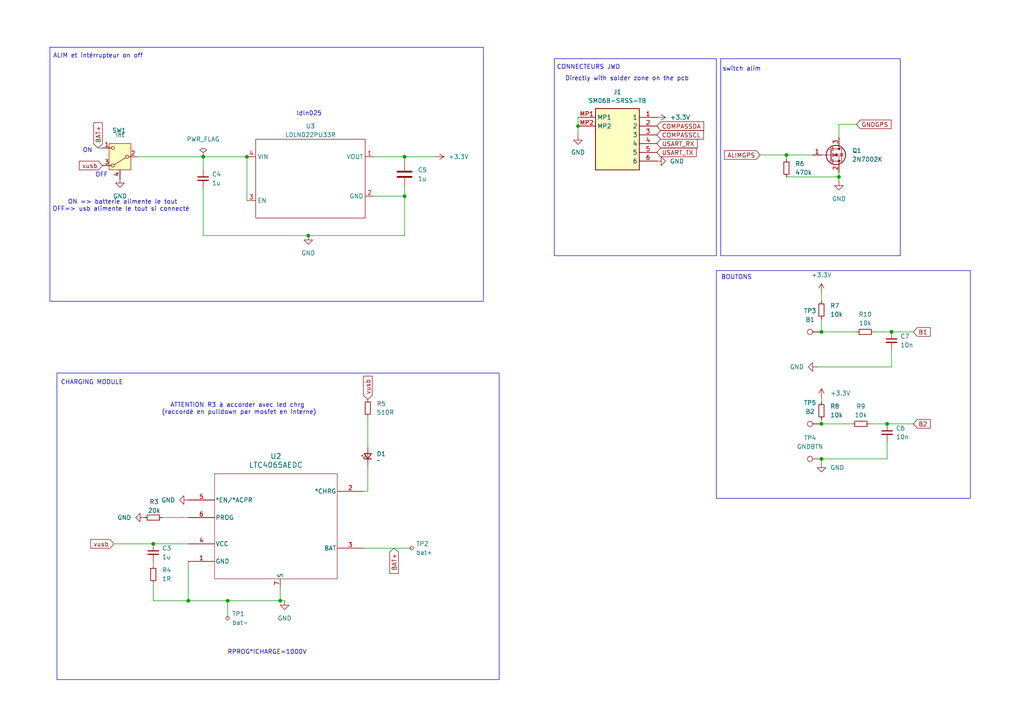
<source format=kicad_sch>
(kicad_sch (version 20231120) (generator "eeschema") (generator_version "8.0")
  (paper "A4")
  (lib_symbols
    (symbol "Connector:TestPoint" (pin_numbers hide) (pin_names (offset 0.762) hide)
      (property "Reference" "TP" (at 0 6.858 0))
      (property "Value" "TestPoint" (at 0 5.08 0))
      (symbol "TestPoint_0_1"
        (circle (center 0 3.302) (radius 0.762))
      )
      (symbol "TestPoint_1_1"
        (pin passive line (at 0 0 90) (length 2.54) (name "1") (number "1"))
      )
    )
    (symbol "Connector:TestPoint_Small" (pin_numbers hide) (pin_names (offset 0.762) hide)
      (property "Reference" "TP" (at 0 3.81 0))
      (property "Value" "TestPoint_Small" (at 0 2.032 0))
      (symbol "TestPoint_Small_0_1"
        (circle (center 0 0) (radius 0.508))
      )
      (symbol "TestPoint_Small_1_1"
        (pin passive line (at 0 0 90) (length 0) (name "1") (number "1"))
      )
    )
    (symbol "Device:C" (pin_numbers hide) (pin_names (offset 0.254))
      (property "Reference" "C" (at 0.635 2.54 0))
      (property "Value" "C" (at 0.635 -2.54 0))
      (symbol "C_0_1"
        (polyline (pts (xy -2.032 -0.762) (xy 2.032 -0.762)) (stroke (width 0.508)))
        (polyline (pts (xy -2.032 0.762) (xy 2.032 0.762)) (stroke (width 0.508)))
      )
      (symbol "C_1_1"
        (pin passive line (at 0 3.81 270) (length 2.794) (name "~") (number "1"))
        (pin passive line (at 0 -3.81 90) (length 2.794) (name "~") (number "2"))
      )
    )
    (symbol "Device:C_Small" (pin_numbers hide) (pin_names (offset 0.254) hide)
      (property "Reference" "C" (at 0.254 1.778 0))
      (property "Value" "C_Small" (at 0.254 -2.032 0))
      (symbol "C_Small_0_1"
        (polyline (pts (xy -1.524 -0.508) (xy 1.524 -0.508)) (stroke (width 0.3302)))
        (polyline (pts (xy -1.524 0.508) (xy 1.524 0.508)) (stroke (width 0.3048)))
      )
      (symbol "C_Small_1_1"
        (pin passive line (at 0 2.54 270) (length 2.032) (name "~") (number "1"))
        (pin passive line (at 0 -2.54 90) (length 2.032) (name "~") (number "2"))
      )
    )
    (symbol "Device:LED_Small" (pin_numbers hide) (pin_names (offset 0.254) hide)
      (property "Reference" "D" (at -1.27 3.175 0))
      (property "Value" "LED_Small" (at -4.445 -2.54 0))
      (symbol "LED_Small_0_1"
        (polyline (pts (xy -0.762 -1.016) (xy -0.762 1.016)) (stroke (width 0.254)))
        (polyline (pts (xy 1.016 0) (xy -0.762 0)))
        (polyline (pts (xy 0.762 -1.016) (xy -0.762 0) (xy 0.762 1.016) (xy 0.762 -1.016)) (stroke (width 0.254)))
        (polyline (pts (xy 0 0.762) (xy -0.508 1.27) (xy -0.254 1.27) (xy -0.508 1.27) (xy -0.508 1.016)))
        (polyline (pts (xy 0.508 1.27) (xy 0 1.778) (xy 0.254 1.778) (xy 0 1.778) (xy 0 1.524)))
      )
      (symbol "LED_Small_1_1"
        (pin passive line (at -2.54 0 0) (length 1.778) (name "K") (number "1"))
        (pin passive line (at 2.54 0 180) (length 1.778) (name "A") (number "2"))
      )
    )
    (symbol "Device:R_Small" (pin_numbers hide) (pin_names (offset 0.254) hide)
      (property "Reference" "R" (at 0.762 0.508 0))
      (property "Value" "R_Small" (at 0.762 -1.016 0))
      (symbol "R_Small_0_1"
        (rectangle (start -0.762 1.778) (end 0.762 -1.778) (stroke (width 0.2032)))
      )
      (symbol "R_Small_1_1"
        (pin passive line (at 0 2.54 270) (length 0.762) (name "~") (number "1"))
        (pin passive line (at 0 -2.54 90) (length 0.762) (name "~") (number "2"))
      )
    )
    (symbol "LDLN025PU33R:LDLN025PU33R"
      (property "Reference" "U" (at 0 0 0))
      (symbol "LDLN025PU33R_0_1"
        (rectangle (start -15.24 11.43) (end 16.51 -11.43))
      )
      (symbol "LDLN025PU33R_1_1"
        (pin power_out line (at 19.05 6.35 180) (length 2.54) (name "VOUT") (number "1"))
        (pin power_out line (at 19.05 -5.08 180) (length 2.54) (name "GND") (number "2"))
        (pin input line (at -17.78 -6.35 0) (length 2.54) (name "EN") (number "3"))
        (pin power_in line (at -17.78 6.35 0) (length 2.54) (name "VIN") (number "4"))
      )
    )
    (symbol "LTC4065:LTC4065AEDC" (pin_names (offset 0.254))
      (property "Reference" "U2" (at 25.4 12.7 0))
      (property "Value" "LTC4065AEDC" (at 25.4 10.16 0))
      (symbol "LTC4065AEDC_0_1"
        (polyline (pts (xy 7.62 -22.86) (xy 43.18 -22.86)) (stroke (width 0.127)))
        (polyline (pts (xy 7.62 7.62) (xy 7.62 -22.86)) (stroke (width 0.127)))
        (polyline (pts (xy 43.18 -22.86) (xy 43.18 7.62)) (stroke (width 0.127)))
        (polyline (pts (xy 43.18 7.62) (xy 7.62 7.62)) (stroke (width 0.127)))
        (pin power_in line (at 0 -17.78 0) (length 7.62) (name "GND") (number "1"))
        (pin output line (at 50.8 2.54 180) (length 7.62) (name "*CHRG") (number "2"))
        (pin power_in line (at 0 -12.7 0) (length 7.62) (name "VCC") (number "4"))
        (pin bidirectional line (at 0 0 0) (length 7.62) (name "*EN/*ACPR") (number "5"))
        (pin unspecified line (at 0 -5.08 0) (length 7.62) (name "PROG") (number "6"))
      )
      (symbol "LTC4065AEDC_1_1"
        (pin power_out line (at 50.8 -13.97 180) (length 7.62) (name "BAT") (number "3"))
        (pin passive line (at 26.67 -25.4 90) (length 2.54) (name "S") (number "7"))
      )
    )
    (symbol "SM06B-SRSS:SM06B-SRSS-TB"
      (property "Reference" "J" (at 19.05 7.62 0))
      (property "Value" "SM06B-SRSS-TB" (at 19.05 5.08 0))
      (symbol "SM06B-SRSS-TB_1_1"
        (rectangle (start 5.08 2.54) (end 17.78 -15.24) (stroke (width 0.254)) (fill (type background)))
        (pin passive line (at 22.86 0 180) (length 5.08) (name "1") (number "1"))
        (pin passive line (at 22.86 -2.54 180) (length 5.08) (name "2") (number "2"))
        (pin passive line (at 22.86 -5.08 180) (length 5.08) (name "3") (number "3"))
        (pin passive line (at 22.86 -7.62 180) (length 5.08) (name "4") (number "4"))
        (pin passive line (at 22.86 -10.16 180) (length 5.08) (name "5") (number "5"))
        (pin passive line (at 22.86 -12.7 180) (length 5.08) (name "6") (number "6"))
        (pin passive line (at 0 0 0) (length 5.08) (name "MP1") (number "MP1"))
        (pin passive line (at 0 -2.54 0) (length 5.08) (name "MP2") (number "MP2"))
      )
    )
    (symbol "Switch:SW_SPDT_321" (pin_names (offset 1) hide)
      (property "Reference" "SW6" (at 0.254 -7.62 0))
      (property "Value" "Int" (at 0 -6.35 0))
      (symbol "SW_SPDT_321_0_1"
        (circle (center -2.032 0) (radius 0.4572))
        (polyline (pts (xy -1.651 0.254) (xy 1.651 2.286)))
        (circle (center 2.032 -2.54) (radius 0.4572))
        (circle (center 2.032 2.54) (radius 0.4572))
      )
      (symbol "SW_SPDT_321_1_1"
        (rectangle (start -3.175 3.81) (end 3.175 -3.81) (fill (type background)))
        (pin passive line (at 5.08 -2.54 180) (length 2.54) (name "C") (number "1"))
        (pin passive line (at -5.08 0 0) (length 2.54) (name "B") (number "2"))
        (pin passive line (at 5.08 2.54 180) (length 2.54) (name "A") (number "3"))
        (pin passive line (at 0 6.35 270) (length 2.54) (name "S") (number "4"))
      )
    )
    (symbol "Transistor_FET:2N7002K" (pin_names hide)
      (property "Reference" "Q" (at 5.08 1.905 0))
      (property "Value" "2N7002K" (at 5.08 0 0))
      (symbol "2N7002K_0_1"
        (polyline (pts (xy 0.254 0) (xy -2.54 0)))
        (polyline (pts (xy 0.254 1.905) (xy 0.254 -1.905)) (stroke (width 0.254)))
        (polyline (pts (xy 0.762 -1.27) (xy 0.762 -2.286)) (stroke (width 0.254)))
        (polyline (pts (xy 0.762 0.508) (xy 0.762 -0.508)) (stroke (width 0.254)))
        (polyline (pts (xy 0.762 2.286) (xy 0.762 1.27)) (stroke (width 0.254)))
        (polyline (pts (xy 2.54 2.54) (xy 2.54 1.778)))
        (polyline (pts (xy 2.54 -2.54) (xy 2.54 0) (xy 0.762 0)))
        (polyline (pts (xy 0.762 -1.778) (xy 3.302 -1.778) (xy 3.302 1.778) (xy 0.762 1.778)))
        (polyline (pts (xy 1.016 0) (xy 2.032 0.381) (xy 2.032 -0.381) (xy 1.016 0)) (fill (type outline)))
        (polyline (pts (xy 2.794 0.508) (xy 2.921 0.381) (xy 3.683 0.381) (xy 3.81 0.254)))
        (polyline (pts (xy 3.302 0.381) (xy 2.921 -0.254) (xy 3.683 -0.254) (xy 3.302 0.381)))
        (circle (center 1.651 0) (radius 2.794) (stroke (width 0.254)))
        (circle (center 2.54 -1.778) (radius 0.254) (fill (type outline)))
        (circle (center 2.54 1.778) (radius 0.254) (fill (type outline)))
      )
      (symbol "2N7002K_1_1"
        (pin input line (at -5.08 0 0) (length 2.54) (name "G") (number "1"))
        (pin passive line (at 2.54 -5.08 90) (length 2.54) (name "S") (number "2"))
        (pin passive line (at 2.54 5.08 270) (length 2.54) (name "D") (number "3"))
      )
    )
    (symbol "power:+3.3V" (power) (pin_numbers hide) (pin_names (offset 0) hide)
      (property "Value" "+3.3V" (at 0 3.556 0))
      (symbol "+3.3V_0_1"
        (polyline (pts (xy -0.762 1.27) (xy 0 2.54)))
        (polyline (pts (xy 0 0) (xy 0 2.54)))
        (polyline (pts (xy 0 2.54) (xy 0.762 1.27)))
      )
      (symbol "+3.3V_1_1"
        (pin power_in line (at 0 0 90) (length 0) (name "~") (number "1"))
      )
    )
    (symbol "power:GND" (power) (pin_numbers hide) (pin_names (offset 0) hide)
      (property "Value" "GND" (at 0 -3.81 0))
      (symbol "GND_0_1"
        (polyline (pts (xy 0 0) (xy 0 -1.27) (xy 1.27 -1.27) (xy 0 -2.54) (xy -1.27 -1.27) (xy 0 -1.27)))
      )
      (symbol "GND_1_1"
        (pin power_in line (at 0 0 270) (length 0) (name "~") (number "1"))
      )
    )
    (symbol "power:PWR_FLAG" (power) (pin_numbers hide) (pin_names (offset 0) hide)
      (property "Value" "PWR_FLAG" (at 0 3.81 0))
      (symbol "PWR_FLAG_0_0"
        (pin power_out line (at 0 0 90) (length 0) (name "~") (number "1"))
      )
      (symbol "PWR_FLAG_0_1"
        (polyline (pts (xy 0 0) (xy 0 1.27) (xy -1.016 1.905) (xy 0 2.54) (xy 1.016 1.905) (xy 0 1.27)))
      )
    )
  )
  (junction (at 243.332 51.308))
  (junction (at 117.348 56.896))
  (junction (at 44.45 157.734))
  (junction (at 117.348 45.466))
  (junction (at 258.572 96.266))
  (junction (at 58.928 45.466))
  (junction (at 81.28 174.244))
  (junction (at 228.092 44.958))
  (junction (at 257.302 122.936))
  (junction (at 238.252 122.936))
  (junction (at 238.252 96.266))
  (junction (at 66.04 174.244))
  (junction (at 71.628 45.466))
  (junction (at 167.64 36.576))
  (junction (at 54.61 174.244))
  (junction (at 238.252 133.096))
  (junction (at 89.408 68.326))
  (wire (pts (xy 167.64 36.576) (xy 167.64 39.37)))
  (wire (pts (xy 54.61 162.814) (xy 54.61 174.244)))
  (wire (pts (xy 66.04 174.244) (xy 81.28 174.244)))
  (wire (pts (xy 44.45 169.164) (xy 44.45 174.244)))
  (wire (pts (xy 117.348 45.466) (xy 117.348 46.736)))
  (wire (pts (xy 252.222 122.936) (xy 257.302 122.936)))
  (wire (pts (xy 243.332 51.308) (xy 243.332 52.578)))
  (wire (pts (xy 257.302 128.016) (xy 257.302 133.096)))
  (wire (pts (xy 117.348 68.326) (xy 89.408 68.326)))
  (wire (pts (xy 58.928 45.466) (xy 71.628 45.466)))
  (wire (pts (xy 228.092 44.958) (xy 228.092 46.228)))
  (wire (pts (xy 248.412 36.068) (xy 243.332 36.068)))
  (wire (pts (xy 108.458 45.466) (xy 117.348 45.466)))
  (wire (pts (xy 58.928 68.326) (xy 89.408 68.326)))
  (wire (pts (xy 238.252 96.266) (xy 248.412 96.266)))
  (wire (pts (xy 238.252 92.456) (xy 238.252 96.266)))
  (wire (pts (xy 238.252 122.936) (xy 247.142 122.936)))
  (wire (pts (xy 71.628 58.166) (xy 71.628 45.466)))
  (wire (pts (xy 257.302 122.936) (xy 264.922 122.936)))
  (wire (pts (xy 28.448 42.926) (xy 29.718 42.926)))
  (wire (pts (xy 81.28 174.244) (xy 82.55 174.244)))
  (wire (pts (xy 44.45 174.244) (xy 54.61 174.244)))
  (wire (pts (xy 44.45 157.734) (xy 54.61 157.734)))
  (wire (pts (xy 238.252 121.666) (xy 238.252 122.936)))
  (wire (pts (xy 106.68 120.904) (xy 106.68 129.794)))
  (wire (pts (xy 258.572 96.266) (xy 264.922 96.266)))
  (wire (pts (xy 220.472 44.958) (xy 228.092 44.958)))
  (wire (pts (xy 258.572 101.346) (xy 258.572 106.426)))
  (wire (pts (xy 105.41 159.004) (xy 119.38 159.004)))
  (wire (pts (xy 257.302 133.096) (xy 238.252 133.096)))
  (wire (pts (xy 66.04 174.244) (xy 66.04 179.324)))
  (wire (pts (xy 236.982 106.426) (xy 258.572 106.426)))
  (wire (pts (xy 105.41 142.494) (xy 106.68 142.494)))
  (wire (pts (xy 253.492 96.266) (xy 258.572 96.266)))
  (wire (pts (xy 238.252 84.836) (xy 238.252 87.376)))
  (wire (pts (xy 33.02 157.734) (xy 44.45 157.734)))
  (wire (pts (xy 243.332 50.038) (xy 243.332 51.308)))
  (wire (pts (xy 238.252 133.096) (xy 238.252 134.366)))
  (wire (pts (xy 228.092 44.958) (xy 235.712 44.958)))
  (wire (pts (xy 117.348 56.896) (xy 117.348 68.326)))
  (wire (pts (xy 108.458 56.896) (xy 117.348 56.896)))
  (wire (pts (xy 58.928 54.356) (xy 58.928 68.326)))
  (wire (pts (xy 44.45 162.814) (xy 44.45 164.084)))
  (wire (pts (xy 228.092 51.308) (xy 243.332 51.308)))
  (wire (pts (xy 39.878 45.466) (xy 58.928 45.466)))
  (wire (pts (xy 54.61 174.244) (xy 66.04 174.244)))
  (wire (pts (xy 238.252 115.316) (xy 238.252 116.586)))
  (wire (pts (xy 106.68 142.494) (xy 106.68 134.874)))
  (wire (pts (xy 58.928 45.466) (xy 58.928 49.276)))
  (wire (pts (xy 46.99 150.114) (xy 54.61 150.114)))
  (wire (pts (xy 243.332 36.068) (xy 243.332 39.878)))
  (wire (pts (xy 81.28 170.434) (xy 81.28 174.244)))
  (wire (pts (xy 117.348 45.466) (xy 126.238 45.466)))
  (wire (pts (xy 117.348 56.896) (xy 117.348 54.356)))
  (wire (pts (xy 167.64 34.036) (xy 167.64 36.576)))
  (rectangle (start 16.51 108.204) (end 144.78 197.104))
  (rectangle (start 207.772 78.486) (end 281.432 144.526))
  (rectangle (start 160.782 17.018) (end 207.772 74.168))
  (rectangle (start 14.478 13.716) (end 140.208 87.376))
  (rectangle (start 209.042 17.018) (end 261.112 74.168))
  (text "ALIM et intérrupteur on off" (at 28.448 16.256 0) (effects (font (size 1.27 1.27))))
  (text "BOUTONS" (at 213.614 80.518 0) (effects (font (size 1.27 1.27))))
  (text "ON => batterie alimente le tout\nOFF=> usb alimente le tout si connecté " (at 35.56 59.69 0) (effects (font (size 1.27 1.27))))
  (text "switch alim" (at 215.138 20.066 0) (effects (font (size 1.27 1.27))))
  (text "ldln025" (at 89.662 33.02 0) (effects (font (size 1.27 1.27))))
  (text "OFF" (at 29.464 50.8 0) (effects (font (size 1.27 1.27))))
  (text "RPROG*ICHARGE=1000V" (at 77.47 189.23 0) (effects (font (size 1.27 1.27))))
  (text "Directly with solder zone on the pcb" (at 181.864 22.86 0) (effects (font (size 1.27 1.27))))
  (text "ATTENTION R3 à accorder avec led chrg \n(raccordé en pulldown par mosfet en interne)\n" (at 69.342 118.618 0) (effects (font (size 1.27 1.27))))
  (text "CONNECTEURS JWD" (at 170.688 19.558 0) (effects (font (size 1.27 1.27))))
  (text "ON" (at 25.4 43.688 0) (effects (font (size 1.27 1.27))))
  (text "CHARGING MODULE" (at 26.67 110.998 0) (effects (font (size 1.27 1.27))))
  (global_label "vusb" (shape input) (at 106.68 115.824 90) (property "Intersheetrefs" "${INTERSHEET_REFS}" (effects (hide yes))))
  (global_label "BAT+" (shape input) (at 114.3 159.004 270) (property "Intersheetrefs" "${INTERSHEET_REFS}" (effects (hide yes))))
  (global_label "GNDGPS" (shape input) (at 248.412 36.068 0) (property "Intersheetrefs" "${INTERSHEET_REFS}" (effects (hide yes))))
  (global_label "ALIMGPS" (shape input) (at 220.472 44.958 180) (property "Intersheetrefs" "${INTERSHEET_REFS}" (effects (hide yes))))
  (global_label "USART_RX" (shape input) (at 190.5 41.656 0) (property "Intersheetrefs" "${INTERSHEET_REFS}" (effects (hide yes))))
  (global_label "USART_TX" (shape input) (at 190.5 44.196 0) (property "Intersheetrefs" "${INTERSHEET_REFS}" (effects (hide yes))))
  (global_label "BAT+" (shape input) (at 28.448 42.926 90) (property "Intersheetrefs" "${INTERSHEET_REFS}" (effects (hide yes))))
  (global_label "B2" (shape input) (at 264.922 122.936 0) (property "Intersheetrefs" "${INTERSHEET_REFS}" (effects (hide yes))))
  (global_label "COMPASSDA" (shape input) (at 190.5 36.576 0) (property "Intersheetrefs" "${INTERSHEET_REFS}" (effects (hide yes))))
  (global_label "vusb" (shape input) (at 29.718 48.006 180) (property "Intersheetrefs" "${INTERSHEET_REFS}" (effects (hide yes))))
  (global_label "COMPASSCL" (shape input) (at 190.5 39.116 0) (property "Intersheetrefs" "${INTERSHEET_REFS}" (effects (hide yes))))
  (global_label "vusb" (shape input) (at 33.02 157.734 180) (property "Intersheetrefs" "${INTERSHEET_REFS}" (effects (hide yes))))
  (global_label "B1" (shape input) (at 264.922 96.266 0) (property "Intersheetrefs" "${INTERSHEET_REFS}" (effects (hide yes))))
  (symbol (lib_id "Switch:SW_SPDT_321") (at 34.798 45.466 180) (unit 1)
    (property "Reference" "SW1" (at 34.544 37.846 0))
    (property "Value" "Int" (at 34.798 39.116 0))
    (property "Footprint" "PCM:SW_PCM" (effects (hide yes)))
    (property "Description" "Switch, single pole double throw" (effects (hide yes)))
  )
  (symbol (lib_id "LDLN025PU33R:LDLN025PU33R") (at 89.408 51.816 0) (unit 1)
    (property "Reference" "U3" (at 90.043 36.576 0))
    (property "Value" "LDLN022PU33R" (at 90.043 39.116 0))
    (property "Footprint" "LDLN025PU33R:LDLN025PU33R" (effects (hide yes)))
  )
  (symbol (lib_id "Device:R_Small") (at 106.68 118.364 0) (unit 1)
    (property "Reference" "R5" (at 109.22 117.0939 0) (effects (justify left)))
    (property "Value" "510R" (at 109.22 119.6339 0) (effects (justify left)))
    (property "Footprint" "Resistor_SMD:R_0402_1005Metric" (effects (hide yes)))
    (property "Description" "Resistor, small symbol" (effects (hide yes)))
  )
  (symbol (lib_id "Connector:TestPoint_Small") (at 66.04 179.324 0) (unit 1)
    (property "Reference" "TP1" (at 67.31 178.0539 0) (effects (justify left)))
    (property "Value" "bat-" (at 67.31 180.5939 0) (effects (justify left)))
    (property "Footprint" "TestPoint:TestPoint_THTPad_D1.0mm_Drill0.5mm" (effects (hide yes)))
    (property "Description" "test point" (effects (hide yes)))
  )
  (symbol (lib_id "power:GND") (at 41.91 150.114 270) (unit 1)
    (property "Reference" "#PWR02" (effects (hide yes)))
    (property "Value" "GND" (at 38.1 150.1139 90) (effects (justify right)))
    (property "Description" "Power symbol creates a global label with name \"GND\" , ground" (effects (hide yes)))
  )
  (symbol (lib_id "power:GND") (at 243.332 52.578 0) (unit 1)
    (property "Reference" "#PWR011" (effects (hide yes)))
    (property "Value" "GND" (at 243.332 57.658 0))
    (property "Description" "Power symbol creates a global label with name \"GND\" , ground" (effects (hide yes)))
  )
  (symbol (lib_id "power:GND") (at 34.798 51.816 0) (unit 1)
    (property "Reference" "#PWR01" (effects (hide yes)))
    (property "Value" "GND" (at 34.798 56.896 0))
    (property "Description" "Power symbol creates a global label with name \"GND\" , ground" (effects (hide yes)))
  )
  (symbol (lib_id "power:GND") (at 82.55 174.244 0) (unit 1)
    (property "Reference" "#PWR04" (effects (hide yes)))
    (property "Value" "GND" (at 82.55 179.324 0))
    (property "Description" "Power symbol creates a global label with name \"GND\" , ground" (effects (hide yes)))
  )
  (symbol (lib_id "Connector:TestPoint") (at 238.252 133.096 90) (unit 1)
    (property "Reference" "TP4" (at 234.95 127 90))
    (property "Value" "GNDBTN" (at 234.95 129.54 90))
    (property "Footprint" "custom_testpoint:TestPoint_Pad_1.0x1.0mm" (effects (hide yes)))
    (property "Description" "test point" (effects (hide yes)))
  )
  (symbol (lib_id "Device:R_Small") (at 250.952 96.266 90) (unit 1)
    (property "Reference" "R10" (at 250.952 91.186 90))
    (property "Value" "10k" (at 250.952 93.726 90))
    (property "Footprint" "Resistor_SMD:R_0402_1005Metric" (effects (hide yes)))
    (property "Description" "Resistor, small symbol" (effects (hide yes)))
  )
  (symbol (lib_id "Device:C_Small") (at 258.572 98.806 0) (unit 1)
    (property "Reference" "C7" (at 261.112 97.5422 0) (effects (justify left)))
    (property "Value" "10n" (at 261.112 100.0822 0) (effects (justify left)))
    (property "Footprint" "Capacitor_SMD:C_0402_1005Metric" (effects (hide yes)))
    (property "Description" "Unpolarized capacitor, small symbol" (effects (hide yes)))
  )
  (symbol (lib_id "power:+3.3V") (at 126.238 45.466 270) (unit 1)
    (property "Reference" "#PWR06" (effects (hide yes)))
    (property "Value" "+3.3V" (at 130.048 45.4659 90) (effects (justify left)))
    (property "Description" "Power symbol creates a global label with name \"+3.3V\"" (effects (hide yes)))
  )
  (symbol (lib_id "Device:R_Small") (at 44.45 150.114 90) (unit 1)
    (property "Reference" "R3" (at 44.704 145.542 90))
    (property "Value" "20k" (at 44.704 148.082 90))
    (property "Footprint" "Resistor_SMD:R_0402_1005Metric" (effects (hide yes)))
    (property "Description" "Resistor, small symbol" (effects (hide yes)))
  )
  (symbol (lib_id "power:+3.3V") (at 190.5 34.036 270) (unit 1)
    (property "Reference" "#PWR09" (effects (hide yes)))
    (property "Value" "+3.3V" (at 194.31 34.0359 90) (effects (justify left)))
    (property "Description" "Power symbol creates a global label with name \"+3.3V\"" (effects (hide yes)))
  )
  (symbol (lib_id "power:+3.3V") (at 238.252 84.836 0) (unit 1)
    (property "Reference" "#PWR013" (effects (hide yes)))
    (property "Value" "+3.3V" (at 238.252 79.756 0))
    (property "Description" "Power symbol creates a global label with name \"+3.3V\"" (effects (hide yes)))
  )
  (symbol (lib_id "Device:R_Small") (at 249.682 122.936 90) (unit 1)
    (property "Reference" "R9" (at 249.682 117.856 90))
    (property "Value" "10k" (at 249.682 120.396 90))
    (property "Footprint" "Resistor_SMD:R_0402_1005Metric" (effects (hide yes)))
    (property "Description" "Resistor, small symbol" (effects (hide yes)))
  )
  (symbol (lib_id "Device:C_Small") (at 58.928 51.816 0) (unit 1)
    (property "Reference" "C4" (at 61.468 50.5522 0) (effects (justify left)))
    (property "Value" "1u" (at 61.468 53.0922 0) (effects (justify left)))
    (property "Footprint" "Capacitor_SMD:C_0402_1005Metric" (effects (hide yes)))
    (property "Description" "Unpolarized capacitor, small symbol" (effects (hide yes)))
  )
  (symbol (lib_id "power:GND") (at 89.408 68.326 0) (unit 1)
    (property "Reference" "#PWR05" (effects (hide yes)))
    (property "Value" "GND" (at 89.408 73.406 0))
    (property "Description" "Power symbol creates a global label with name \"GND\" , ground" (effects (hide yes)))
  )
  (symbol (lib_id "Device:LED_Small") (at 106.68 132.334 90) (unit 1)
    (property "Reference" "D1" (at 109.22 131.6354 90) (effects (justify right)))
    (property "Value" "~" (at 109.22 133.5405 90) (effects (justify right)))
    (property "Footprint" "LED_SMD:LED_0201_0603Metric_Pad0.64x0.40mm_HandSolder" (effects (hide yes)))
    (property "Description" "Light emitting diode, small symbol" (effects (hide yes)))
  )
  (symbol (lib_id "Device:C_Small") (at 44.45 160.274 0) (unit 1)
    (property "Reference" "C3" (at 46.99 159.0102 0) (effects (justify left)))
    (property "Value" "1u" (at 46.99 161.5502 0) (effects (justify left)))
    (property "Footprint" "Capacitor_SMD:C_0402_1005Metric" (effects (hide yes)))
    (property "Description" "Unpolarized capacitor, small symbol" (effects (hide yes)))
  )
  (symbol (lib_id "power:GND") (at 236.982 106.426 270) (unit 1)
    (property "Reference" "#PWR012" (effects (hide yes)))
    (property "Value" "GND" (at 233.172 106.4259 90) (effects (justify right)))
    (property "Description" "Power symbol creates a global label with name \"GND\" , ground" (effects (hide yes)))
  )
  (symbol (lib_id "Device:C_Small") (at 257.302 125.476 0) (unit 1)
    (property "Reference" "C6" (at 259.842 124.2122 0) (effects (justify left)))
    (property "Value" "10n" (at 259.842 126.7522 0) (effects (justify left)))
    (property "Footprint" "Capacitor_SMD:C_0402_1005Metric" (effects (hide yes)))
    (property "Description" "Unpolarized capacitor, small symbol" (effects (hide yes)))
  )
  (symbol (lib_id "Connector:TestPoint") (at 238.252 96.266 90) (unit 1)
    (property "Reference" "TP3" (at 234.95 90.17 90))
    (property "Value" "B1" (at 234.95 92.71 90))
    (property "Footprint" "custom_testpoint:TestPoint_Pad_1.0x1.0mm" (effects (hide yes)))
    (property "Description" "test point" (effects (hide yes)))
  )
  (symbol (lib_id "LTC4065:LTC4065AEDC") (at 54.61 145.034 0) (unit 1)
    (property "Reference" "U2" (at 80.01 132.334 0) (effects (font (size 1.524 1.524))))
    (property "Value" "LTC4065AEDC" (at 80.01 134.874 0) (effects (font (size 1.524 1.524))))
    (property "Footprint" "LTC4065:DFN-6_DC_LIT" (effects (hide yes)))
    (property "Datasheet" "https://www.analog.com/media/en/technical-documentation/data-sheets/4065fb.pdf" (effects (hide yes)))
    (property "Description" "LTC4065AEDC" (effects (hide yes)))
  )
  (symbol (lib_id "Device:R_Small") (at 228.092 48.768 0) (unit 1)
    (property "Reference" "R6" (at 230.632 47.4979 0) (effects (justify left)))
    (property "Value" "470k" (at 230.632 50.0379 0) (effects (justify left)))
    (property "Footprint" "Resistor_SMD:R_0402_1005Metric" (effects (hide yes)))
    (property "Description" "Resistor, small symbol" (effects (hide yes)))
  )
  (symbol (lib_id "SM06B-SRSS:SM06B-SRSS-TB") (at 167.64 34.036 0) (unit 1)
    (property "Reference" "J1" (at 179.07 26.67 0))
    (property "Value" "SM06B-SRSS-TB" (at 179.07 29.21 0))
    (property "Footprint" "SM06B-SRSS:SM06BSRSSTB" (effects (hide yes)))
    (property "Datasheet" "https://media.digikey.com/pdf/Data%20Sheets/JST%20PDFs/SR%20Connector.pdf" (effects (hide yes)))
    (property "Description" "CONN HEADER SH 6POS SIDE 1MM TIN" (effects (hide yes)))
    (property "Height" "2.95" (effects (hide yes)))
    (property "Manufacturer_Name" "JST (JAPAN SOLDERLESS TERMINALS)" (effects (hide yes)))
    (property "Manufacturer_Part_Number" "SM06B-SRSS-TB" (effects (hide yes)))
  )
  (symbol (lib_id "power:GND") (at 167.64 39.37 0) (unit 1)
    (property "Reference" "#PWR07" (effects (hide yes)))
    (property "Value" "GND" (at 167.64 44.196 0))
    (property "Description" "Power symbol creates a global label with name \"GND\" , ground" (effects (hide yes)))
  )
  (symbol (lib_id "Device:R_Small") (at 238.252 89.916 0) (unit 1)
    (property "Reference" "R7" (at 240.792 88.6459 0) (effects (justify left)))
    (property "Value" "10k" (at 240.792 91.1859 0) (effects (justify left)))
    (property "Footprint" "Resistor_SMD:R_0402_1005Metric" (effects (hide yes)))
    (property "Description" "Resistor, small symbol" (effects (hide yes)))
  )
  (symbol (lib_id "Transistor_FET:2N7002K") (at 240.792 44.958 0) (unit 1)
    (property "Reference" "Q1" (at 247.142 43.6879 0) (effects (justify left)))
    (property "Value" "2N7002K" (at 247.142 46.2279 0) (effects (justify left)))
    (property "Footprint" "2N7002KQBZ:2N7002KQB" (effects (hide yes)))
    (property "Datasheet" "https://www.mouser.fr/datasheet/2/916/2N7002KQB-2721666.pdf" (effects (hide yes)))
    (property "Description" "2N7002KQBZ" (effects (hide yes)))
  )
  (symbol (lib_id "power:GND") (at 238.252 134.366 0) (unit 1)
    (property "Reference" "#PWR015" (effects (hide yes)))
    (property "Value" "GND" (at 240.792 135.6359 0) (effects (justify left)))
    (property "Description" "Power symbol creates a global label with name \"GND\" , ground" (effects (hide yes)))
  )
  (symbol (lib_id "Connector:TestPoint_Small") (at 119.38 159.004 0) (unit 1)
    (property "Reference" "TP2" (at 120.65 157.7339 0) (effects (justify left)))
    (property "Value" "bat+" (at 120.65 160.2739 0) (effects (justify left)))
    (property "Footprint" "TestPoint:TestPoint_THTPad_D1.0mm_Drill0.5mm" (effects (hide yes)))
    (property "Description" "test point" (effects (hide yes)))
  )
  (symbol (lib_id "power:PWR_FLAG") (at 58.928 45.466 0) (unit 1)
    (property "Reference" "#FLG01" (effects (hide yes)))
    (property "Value" "PWR_FLAG" (at 58.928 40.386 0))
    (property "Description" "Special symbol for telling ERC where power comes from" (effects (hide yes)))
  )
  (symbol (lib_id "power:GND") (at 190.5 46.736 90) (unit 1)
    (property "Reference" "#PWR010" (effects (hide yes)))
    (property "Value" "GND" (at 194.31 46.7359 90) (effects (justify right)))
    (property "Description" "Power symbol creates a global label with name \"GND\" , ground" (effects (hide yes)))
  )
  (symbol (lib_id "power:GND") (at 54.61 145.034 270) (unit 1)
    (property "Reference" "#PWR03" (effects (hide yes)))
    (property "Value" "GND" (at 50.8 145.0339 90) (effects (justify right)))
    (property "Description" "Power symbol creates a global label with name \"GND\" , ground" (effects (hide yes)))
  )
  (symbol (lib_id "Connector:TestPoint") (at 238.252 122.936 90) (unit 1)
    (property "Reference" "TP5" (at 234.95 116.84 90))
    (property "Value" "B2" (at 234.95 119.38 90))
    (property "Footprint" "custom_testpoint:TestPoint_Pad_1.0x1.0mm" (effects (hide yes)))
    (property "Description" "test point" (effects (hide yes)))
  )
  (symbol (lib_id "Device:R_Small") (at 44.45 166.624 0) (unit 1)
    (property "Reference" "R4" (at 46.99 165.3539 0) (effects (justify left)))
    (property "Value" "1R" (at 46.99 167.8939 0) (effects (justify left)))
    (property "Footprint" "Resistor_SMD:R_0402_1005Metric" (effects (hide yes)))
    (property "Description" "Resistor, small symbol" (effects (hide yes)))
  )
  (symbol (lib_id "power:+3.3V") (at 238.252 115.316 0) (unit 1)
    (property "Reference" "#PWR014" (effects (hide yes)))
    (property "Value" "+3.3V" (at 240.792 114.0459 0) (effects (justify left)))
    (property "Description" "Power symbol creates a global label with name \"+3.3V\"" (effects (hide yes)))
  )
  (symbol (lib_id "Device:R_Small") (at 238.252 119.126 0) (unit 1)
    (property "Reference" "R8" (at 240.792 117.8559 0) (effects (justify left)))
    (property "Value" "10k" (at 240.792 120.3959 0) (effects (justify left)))
    (property "Footprint" "Resistor_SMD:R_0402_1005Metric" (effects (hide yes)))
    (property "Description" "Resistor, small symbol" (effects (hide yes)))
  )
  (symbol (lib_id "Device:C") (at 117.348 50.546 0) (unit 1)
    (property "Reference" "C5" (at 121.158 49.2759 0) (effects (justify left)))
    (property "Value" "1u" (at 121.158 51.8159 0) (effects (justify left)))
    (property "Footprint" "Capacitor_SMD:C_0402_1005Metric" (effects (hide yes)))
    (property "Description" "Unpolarized capacitor" (effects (hide yes)))
  )
)
</source>
